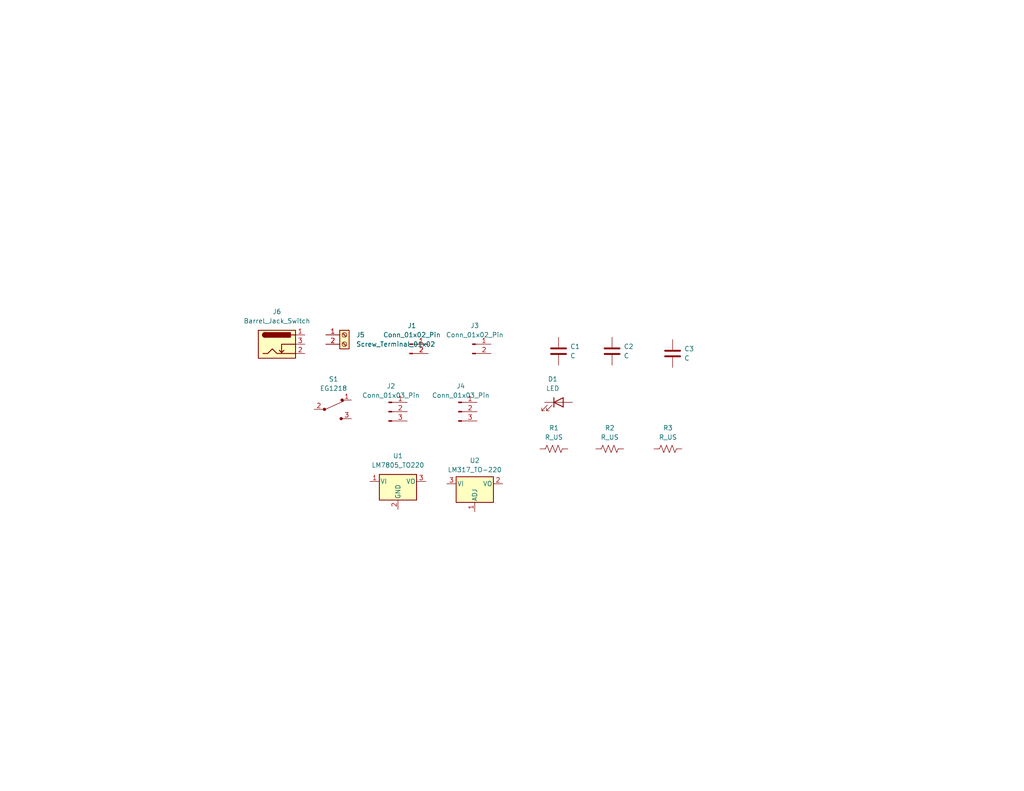
<source format=kicad_sch>
(kicad_sch (version 20230121) (generator eeschema)
  (paper "USLetter")
  (title_block (title "Breadboard Power Supply - Learning KiCad") (date "2024-01-31") (rev "1"))
  (lib_symbols
    (symbol "Connector:Barrel_Jack_Switch" (pin_names hide)
      (property "Reference" "J" (at 0 5.334 0))
      (property "Value" "Barrel_Jack_Switch" (at 0 -5.08 0))
      (symbol "Barrel_Jack_Switch_0_1"
        (rectangle (start -5.08 3.81) (end 5.08 -3.81) (stroke (width 0.254)) (fill (type background)))
        (arc (start -3.302 3.175) (mid -3.9343 2.54) (end -3.302 1.905) (stroke (width 0.254)))
        (arc (start -3.302 3.175) (mid -3.9343 2.54) (end -3.302 1.905) (stroke (width 0.254)) (fill (type outline)))
        (polyline (pts (xy 1.27 -2.286) (xy 1.905 -1.651)) (stroke (width 0.254)))
        (polyline (pts (xy 5.08 2.54) (xy 3.81 2.54)) (stroke (width 0.254)))
        (polyline (pts (xy 5.08 0) (xy 1.27 0) (xy 1.27 -2.286) (xy 0.635 -1.651)) (stroke (width 0.254)))
        (polyline (pts (xy -3.81 -2.54) (xy -2.54 -2.54) (xy -1.27 -1.27) (xy 0 -2.54) (xy 2.54 -2.54) (xy 5.08 -2.54)) (stroke (width 0.254)))
        (rectangle (start 3.683 3.175) (end -3.302 1.905) (stroke (width 0.254)) (fill (type outline)))
      )
      (symbol "Barrel_Jack_Switch_1_1"
        (pin passive line (at 7.62 2.54 180) (length 2.54) (name "~") (number "1"))
        (pin passive line (at 7.62 -2.54 180) (length 2.54) (name "~") (number "2"))
        (pin passive line (at 7.62 0 180) (length 2.54) (name "~") (number "3"))
      )
    )
    (symbol "Connector:Conn_01x02_Pin" (pin_names (offset 1.016) hide)
      (property "Reference" "J" (at 0 2.54 0))
      (property "Value" "Conn_01x02_Pin" (at 0 -5.08 0))
      (symbol "Conn_01x02_Pin_1_1"
        (polyline (pts (xy 1.27 -2.54) (xy 0.8636 -2.54)) (stroke (width 0.1524)))
        (polyline (pts (xy 1.27 0) (xy 0.8636 0)) (stroke (width 0.1524)))
        (rectangle (start 0.8636 -2.413) (end 0 -2.667) (stroke (width 0.1524)) (fill (type outline)))
        (rectangle (start 0.8636 0.127) (end 0 -0.127) (stroke (width 0.1524)) (fill (type outline)))
        (pin passive line (at 5.08 0 180) (length 3.81) (name "Pin_1") (number "1"))
        (pin passive line (at 5.08 -2.54 180) (length 3.81) (name "Pin_2") (number "2"))
      )
    )
    (symbol "Connector:Conn_01x03_Pin" (pin_names (offset 1.016) hide)
      (property "Reference" "J" (at 0 5.08 0))
      (property "Value" "Conn_01x03_Pin" (at 0 -5.08 0))
      (symbol "Conn_01x03_Pin_1_1"
        (polyline (pts (xy 1.27 -2.54) (xy 0.8636 -2.54)) (stroke (width 0.1524)))
        (polyline (pts (xy 1.27 0) (xy 0.8636 0)) (stroke (width 0.1524)))
        (polyline (pts (xy 1.27 2.54) (xy 0.8636 2.54)) (stroke (width 0.1524)))
        (rectangle (start 0.8636 -2.413) (end 0 -2.667) (stroke (width 0.1524)) (fill (type outline)))
        (rectangle (start 0.8636 0.127) (end 0 -0.127) (stroke (width 0.1524)) (fill (type outline)))
        (rectangle (start 0.8636 2.667) (end 0 2.413) (stroke (width 0.1524)) (fill (type outline)))
        (pin passive line (at 5.08 2.54 180) (length 3.81) (name "Pin_1") (number "1"))
        (pin passive line (at 5.08 0 180) (length 3.81) (name "Pin_2") (number "2"))
        (pin passive line (at 5.08 -2.54 180) (length 3.81) (name "Pin_3") (number "3"))
      )
    )
    (symbol "Connector:Screw_Terminal_01x02" (pin_names (offset 1.016) hide)
      (property "Reference" "J" (at 0 2.54 0))
      (property "Value" "Screw_Terminal_01x02" (at 0 -5.08 0))
      (symbol "Screw_Terminal_01x02_1_1"
        (rectangle (start -1.27 1.27) (end 1.27 -3.81) (stroke (width 0.254)) (fill (type background)))
        (circle (center 0 -2.54) (radius 0.635) (stroke (width 0.1524)))
        (polyline (pts (xy -0.5334 -2.2098) (xy 0.3302 -3.048)) (stroke (width 0.1524)))
        (polyline (pts (xy -0.5334 0.3302) (xy 0.3302 -0.508)) (stroke (width 0.1524)))
        (polyline (pts (xy -0.3556 -2.032) (xy 0.508 -2.8702)) (stroke (width 0.1524)))
        (polyline (pts (xy -0.3556 0.508) (xy 0.508 -0.3302)) (stroke (width 0.1524)))
        (circle (center 0 0) (radius 0.635) (stroke (width 0.1524)))
        (pin passive line (at -5.08 0 0) (length 3.81) (name "Pin_1") (number "1"))
        (pin passive line (at -5.08 -2.54 0) (length 3.81) (name "Pin_2") (number "2"))
      )
    )
    (symbol "Device:C" (pin_numbers hide) (pin_names (offset 0.254))
      (property "Reference" "C" (at 0.635 2.54 0))
      (property "Value" "C" (at 0.635 -2.54 0))
      (symbol "C_0_1"
        (polyline (pts (xy -2.032 -0.762) (xy 2.032 -0.762)) (stroke (width 0.508)))
        (polyline (pts (xy -2.032 0.762) (xy 2.032 0.762)) (stroke (width 0.508)))
      )
      (symbol "C_1_1"
        (pin passive line (at 0 3.81 270) (length 2.794) (name "~") (number "1"))
        (pin passive line (at 0 -3.81 90) (length 2.794) (name "~") (number "2"))
      )
    )
    (symbol "Device:LED" (pin_numbers hide) (pin_names (offset 1.016) hide)
      (property "Reference" "D" (at 0 2.54 0))
      (property "Value" "LED" (at 0 -2.54 0))
      (symbol "LED_0_1"
        (polyline (pts (xy -1.27 -1.27) (xy -1.27 1.27)) (stroke (width 0.254)))
        (polyline (pts (xy -1.27 0) (xy 1.27 0)))
        (polyline (pts (xy 1.27 -1.27) (xy 1.27 1.27) (xy -1.27 0) (xy 1.27 -1.27)) (stroke (width 0.254)))
        (polyline (pts (xy -3.048 -0.762) (xy -4.572 -2.286) (xy -3.81 -2.286) (xy -4.572 -2.286) (xy -4.572 -1.524)))
        (polyline (pts (xy -1.778 -0.762) (xy -3.302 -2.286) (xy -2.54 -2.286) (xy -3.302 -2.286) (xy -3.302 -1.524)))
      )
      (symbol "LED_1_1"
        (pin passive line (at -3.81 0 0) (length 2.54) (name "K") (number "1"))
        (pin passive line (at 3.81 0 180) (length 2.54) (name "A") (number "2"))
      )
    )
    (symbol "Device:R_US" (pin_numbers hide) (pin_names (offset 0))
      (property "Reference" "R" (at 2.54 0 90))
      (property "Value" "R_US" (at -2.54 0 90))
      (symbol "R_US_0_1"
        (polyline (pts (xy 0 -2.286) (xy 0 -2.54)))
        (polyline (pts (xy 0 2.286) (xy 0 2.54)))
        (polyline (pts (xy 0 -0.762) (xy 1.016 -1.143) (xy 0 -1.524) (xy -1.016 -1.905) (xy 0 -2.286)))
        (polyline (pts (xy 0 0.762) (xy 1.016 0.381) (xy 0 0) (xy -1.016 -0.381) (xy 0 -0.762)))
        (polyline (pts (xy 0 2.286) (xy 1.016 1.905) (xy 0 1.524) (xy -1.016 1.143) (xy 0 0.762)))
      )
      (symbol "R_US_1_1"
        (pin passive line (at 0 3.81 270) (length 1.27) (name "~") (number "1"))
        (pin passive line (at 0 -3.81 90) (length 1.27) (name "~") (number "2"))
      )
    )
    (symbol "Regulator_Linear:LM317_TO-220" (pin_names (offset 0.254))
      (property "Reference" "U" (at -3.81 3.175 0))
      (property "Value" "LM317_TO-220" (at 0 3.175 0))
      (symbol "LM317_TO-220_0_1"
        (rectangle (start -5.08 1.905) (end 5.08 -5.08) (stroke (width 0.254)) (fill (type background)))
      )
      (symbol "LM317_TO-220_1_1"
        (pin input line (at 0 -7.62 90) (length 2.54) (name "ADJ") (number "1"))
        (pin power_out line (at 7.62 0 180) (length 2.54) (name "VO") (number "2"))
        (pin power_in line (at -7.62 0 0) (length 2.54) (name "VI") (number "3"))
      )
    )
    (symbol "Regulator_Linear:LM7805_TO220" (pin_names (offset 0.254))
      (property "Reference" "U" (at -3.81 3.175 0))
      (property "Value" "LM7805_TO220" (at 0 3.175 0))
      (symbol "LM7805_TO220_0_1"
        (rectangle (start -5.08 1.905) (end 5.08 -5.08) (stroke (width 0.254)) (fill (type background)))
      )
      (symbol "LM7805_TO220_1_1"
        (pin power_in line (at -7.62 0 0) (length 2.54) (name "VI") (number "1"))
        (pin power_in line (at 0 -7.62 90) (length 2.54) (name "GND") (number "2"))
        (pin power_out line (at 7.62 0 180) (length 2.54) (name "VO") (number "3"))
      )
    )
    (symbol "dk_Slide-Switches:EG1218" (pin_names (offset 0))
      (property "Reference" "S" (at -3.81 2.286 0))
      (property "Value" "EG1218" (at 0 -5.334 0))
      (symbol "EG1218_0_1"
        (circle (center -2.286 0) (radius 0.3556) (fill (type outline)))
        (polyline (pts (xy -2.032 0) (xy 3.048 2.286)))
        (circle (center 2.286 -2.54) (radius 0.3556) (fill (type outline)))
        (circle (center 2.54 2.54) (radius 0.3556) (fill (type outline)))
      )
      (symbol "EG1218_1_1"
        (pin passive line (at 5.08 2.54 180) (length 2.54) (name "~") (number "1"))
        (pin passive line (at -5.08 0 0) (length 2.54) (name "~") (number "2"))
        (pin passive line (at 5.08 -2.54 180) (length 2.54) (name "~") (number "3"))
      )
    )
  )
  (symbol (lib_id "Device:R_US") (at 166.37 122.555 90) (unit 1)
    (property "Reference" "R2" (at 166.37 116.84 90))
    (property "Value" "R_US" (at 166.37 119.38 90))
  )
  (symbol (lib_id "Device:C") (at 183.515 96.52 0) (unit 1)
    (property "Reference" "C3" (at 186.69 95.25 0) (effects (justify left)))
    (property "Value" "C" (at 186.69 97.79 0) (effects (justify left)))
  )
  (symbol (lib_id "Regulator_Linear:LM317_TO-220") (at 129.54 132.08 0) (unit 1)
    (property "Reference" "U2" (at 129.54 125.73 0))
    (property "Value" "LM317_TO-220" (at 129.54 128.27 0))
    (property "Footprint" "Package_TO_SOT_THT:TO-220-3_Vertical" (effects hide))
    (property "Datasheet" "http://www.ti.com/lit/ds/symlink/lm317.pdf" (effects hide))
  )
  (symbol (lib_id "Connector:Conn_01x03_Pin") (at 106.045 112.395 0) (unit 1)
    (property "Reference" "J2" (at 106.68 105.41 0))
    (property "Value" "Conn_01x03_Pin" (at 106.68 107.95 0))
  )
  (symbol (lib_id "dk_Slide-Switches:EG1218") (at 90.805 111.76 0) (unit 1)
    (property "Reference" "S1" (at 91.0082 103.505 0))
    (property "Value" "EG1218" (at 91.0082 106.045 0))
    (property "Footprint" "digikey-footprints:Switch_Slide_11.6x4mm_EG1218" (effects hide))
    (property "Datasheet" "http://spec_sheets.e-switch.com/specs/P040040.pdf" (effects hide))
    (property "Digi-Key_PN" "EG1903-ND" (effects hide))
    (property "MPN" "EG1218" (effects hide))
    (property "Category" "Switches" (effects hide))
    (property "Family" "Slide Switches" (effects hide))
    (property "DK_Datasheet_Link" "http://spec_sheets.e-switch.com/specs/P040040.pdf" (effects hide))
    (property "DK_Detail_Page" "/product-detail/en/e-switch/EG1218/EG1903-ND/101726" (effects hide))
    (property "Description" "SWITCH SLIDE SPDT 200MA 30V" (effects hide))
    (property "Manufacturer" "E-Switch" (effects hide))
    (property "Status" "Active" (effects hide))
  )
  (symbol (lib_id "Connector:Conn_01x03_Pin") (at 125.095 112.395 0) (unit 1)
    (property "Reference" "J4" (at 125.73 105.41 0))
    (property "Value" "Conn_01x03_Pin" (at 125.73 107.95 0))
  )
  (symbol (lib_id "Device:C") (at 152.4 95.885 0) (unit 1)
    (property "Reference" "C1" (at 155.575 94.615 0) (effects (justify left)))
    (property "Value" "C" (at 155.575 97.155 0) (effects (justify left)))
  )
  (symbol (lib_id "Device:R_US") (at 182.245 122.555 90) (unit 1)
    (property "Reference" "R3" (at 182.245 116.84 90))
    (property "Value" "R_US" (at 182.245 119.38 90))
  )
  (symbol (lib_id "Connector:Conn_01x02_Pin") (at 128.905 93.98 0) (unit 1)
    (property "Reference" "J3" (at 129.54 88.9 0))
    (property "Value" "Conn_01x02_Pin" (at 129.54 91.44 0))
  )
  (symbol (lib_id "Device:C") (at 167.005 95.885 0) (unit 1)
    (property "Reference" "C2" (at 170.18 94.615 0) (effects (justify left)))
    (property "Value" "C" (at 170.18 97.155 0) (effects (justify left)))
  )
  (symbol (lib_id "Device:LED") (at 152.4 109.855 0) (unit 1)
    (property "Reference" "D1" (at 150.8125 103.505 0))
    (property "Value" "LED" (at 150.8125 106.045 0))
  )
  (symbol (lib_id "Connector:Screw_Terminal_01x02") (at 93.98 91.44 0) (unit 1)
    (property "Reference" "J5" (at 97.155 91.44 0) (effects (justify left)))
    (property "Value" "Screw_Terminal_01x02" (at 97.155 93.98 0) (effects (justify left)))
  )
  (symbol (lib_id "Device:R_US") (at 151.13 122.555 90) (unit 1)
    (property "Reference" "R1" (at 151.13 116.84 90))
    (property "Value" "R_US" (at 151.13 119.38 90))
  )
  (symbol (lib_id "Connector:Barrel_Jack_Switch") (at 75.565 93.98 0) (unit 1)
    (property "Reference" "J6" (at 75.565 85.09 0))
    (property "Value" "Barrel_Jack_Switch" (at 75.565 87.63 0))
  )
  (symbol (lib_id "Regulator_Linear:LM7805_TO220") (at 108.585 131.445 0) (unit 1)
    (property "Reference" "U1" (at 108.585 124.46 0))
    (property "Value" "LM7805_TO220" (at 108.585 127 0))
    (property "Footprint" "Package_TO_SOT_THT:TO-220-3_Vertical" (effects hide))
    (property "Datasheet" "https://www.onsemi.cn/PowerSolutions/document/MC7800-D.PDF" (effects hide))
  )
  (symbol (lib_id "Connector:Conn_01x02_Pin") (at 111.76 93.98 0) (unit 1)
    (property "Reference" "J1" (at 112.395 88.9 0))
    (property "Value" "Conn_01x02_Pin" (at 112.395 91.44 0))
  )
)
</source>
